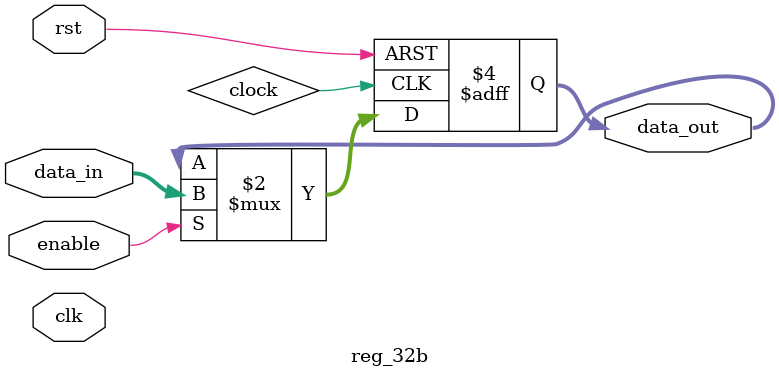
<source format=v>
`timescale 1 ps / 1 ps
module reg_32b 
(
	input               rst,
	input               clk,
	input [31:0]        data_in,
	input               enable,
	output reg [31:0]   data_out
);
	
	always @(posedge clock, posedge rst)    // posedge rst?
	begin
		if (rst)
			data_out <= 32'b0;
		else if (enable)
			data_out <= data_in;
	end

endmodule
</source>
